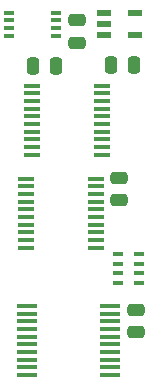
<source format=gtp>
%TF.GenerationSoftware,KiCad,Pcbnew,8.0.4*%
%TF.CreationDate,2024-08-15T10:40:04+02:00*%
%TF.ProjectId,Clock Hold Standard,436c6f63-6b20-4486-9f6c-64205374616e,V0*%
%TF.SameCoordinates,PX54c81a0PY37b6b20*%
%TF.FileFunction,Paste,Top*%
%TF.FilePolarity,Positive*%
%FSLAX46Y46*%
G04 Gerber Fmt 4.6, Leading zero omitted, Abs format (unit mm)*
G04 Created by KiCad (PCBNEW 8.0.4) date 2024-08-15 10:40:04*
%MOMM*%
%LPD*%
G01*
G04 APERTURE LIST*
G04 Aperture macros list*
%AMRoundRect*
0 Rectangle with rounded corners*
0 $1 Rounding radius*
0 $2 $3 $4 $5 $6 $7 $8 $9 X,Y pos of 4 corners*
0 Add a 4 corners polygon primitive as box body*
4,1,4,$2,$3,$4,$5,$6,$7,$8,$9,$2,$3,0*
0 Add four circle primitives for the rounded corners*
1,1,$1+$1,$2,$3*
1,1,$1+$1,$4,$5*
1,1,$1+$1,$6,$7*
1,1,$1+$1,$8,$9*
0 Add four rect primitives between the rounded corners*
20,1,$1+$1,$2,$3,$4,$5,0*
20,1,$1+$1,$4,$5,$6,$7,0*
20,1,$1+$1,$6,$7,$8,$9,0*
20,1,$1+$1,$8,$9,$2,$3,0*%
G04 Aperture macros list end*
%ADD10RoundRect,0.250000X-0.475000X0.250000X-0.475000X-0.250000X0.475000X-0.250000X0.475000X0.250000X0*%
%ADD11RoundRect,0.250000X-0.250000X-0.475000X0.250000X-0.475000X0.250000X0.475000X-0.250000X0.475000X0*%
%ADD12R,1.150000X0.600000*%
%ADD13R,0.950000X0.450000*%
%ADD14R,1.475000X0.450000*%
%ADD15RoundRect,0.250000X0.250000X0.475000X-0.250000X0.475000X-0.250000X-0.475000X0.250000X-0.475000X0*%
%ADD16RoundRect,0.250000X0.475000X-0.250000X0.475000X0.250000X-0.475000X0.250000X-0.475000X-0.250000X0*%
%ADD17R,0.900000X0.450000*%
%ADD18R,1.800000X0.450000*%
G04 APERTURE END LIST*
D10*
%TO.C,C4*%
X13081000Y-23577000D03*
X13081000Y-25477000D03*
%TD*%
D11*
%TO.C,C10*%
X11004000Y-2794000D03*
X12904000Y-2794000D03*
%TD*%
D12*
%TO.C,IC1*%
X10384000Y1585000D03*
X10384000Y635000D03*
X10384000Y-315000D03*
X12984000Y-315000D03*
X12984000Y1585000D03*
%TD*%
D13*
%TO.C,IC3*%
X2343000Y1610000D03*
X2343000Y960000D03*
X2343000Y310000D03*
X2343000Y-340000D03*
X6293000Y-340000D03*
X6293000Y310000D03*
X6293000Y960000D03*
X6293000Y1610000D03*
%TD*%
D14*
%TO.C,IC2*%
X3793000Y-12442000D03*
X3793000Y-13092000D03*
X3793000Y-13742000D03*
X3793000Y-14392000D03*
X3793000Y-15042000D03*
X3793000Y-15692000D03*
X3793000Y-16342000D03*
X3793000Y-16992000D03*
X3793000Y-17642000D03*
X3793000Y-18292000D03*
X9669000Y-18292000D03*
X9669000Y-17642000D03*
X9669000Y-16992000D03*
X9669000Y-16342000D03*
X9669000Y-15692000D03*
X9669000Y-15042000D03*
X9669000Y-14392000D03*
X9669000Y-13742000D03*
X9669000Y-13092000D03*
X9669000Y-12442000D03*
%TD*%
D15*
%TO.C,C2*%
X6268000Y-2921000D03*
X4368000Y-2921000D03*
%TD*%
D16*
%TO.C,C11*%
X8128000Y-934000D03*
X8128000Y966000D03*
%TD*%
D14*
%TO.C,IC5*%
X4301000Y-4568000D03*
X4301000Y-5218000D03*
X4301000Y-5868000D03*
X4301000Y-6518000D03*
X4301000Y-7168000D03*
X4301000Y-7818000D03*
X4301000Y-8468000D03*
X4301000Y-9118000D03*
X4301000Y-9768000D03*
X4301000Y-10418000D03*
X10177000Y-10418000D03*
X10177000Y-9768000D03*
X10177000Y-9118000D03*
X10177000Y-8468000D03*
X10177000Y-7818000D03*
X10177000Y-7168000D03*
X10177000Y-6518000D03*
X10177000Y-5868000D03*
X10177000Y-5218000D03*
X10177000Y-4568000D03*
%TD*%
D17*
%TO.C,RN1*%
X11596000Y-18846800D03*
X11596000Y-19646800D03*
X11596000Y-20446800D03*
X11596000Y-21246800D03*
X13296000Y-21246800D03*
X13296000Y-20446800D03*
X13296000Y-19646800D03*
X13296000Y-18846800D03*
%TD*%
D10*
%TO.C,C1*%
X11684000Y-12401000D03*
X11684000Y-14301000D03*
%TD*%
D18*
%TO.C,IC4*%
X3816000Y-23237000D03*
X3816000Y-23887000D03*
X3816000Y-24537000D03*
X3816000Y-25187000D03*
X3816000Y-25837000D03*
X3816000Y-26487000D03*
X3816000Y-27137000D03*
X3816000Y-27787000D03*
X3816000Y-28437000D03*
X3816000Y-29087000D03*
X10916000Y-29087000D03*
X10916000Y-28437000D03*
X10916000Y-27787000D03*
X10916000Y-27137000D03*
X10916000Y-26487000D03*
X10916000Y-25837000D03*
X10916000Y-25187000D03*
X10916000Y-24537000D03*
X10916000Y-23887000D03*
X10916000Y-23237000D03*
%TD*%
M02*

</source>
